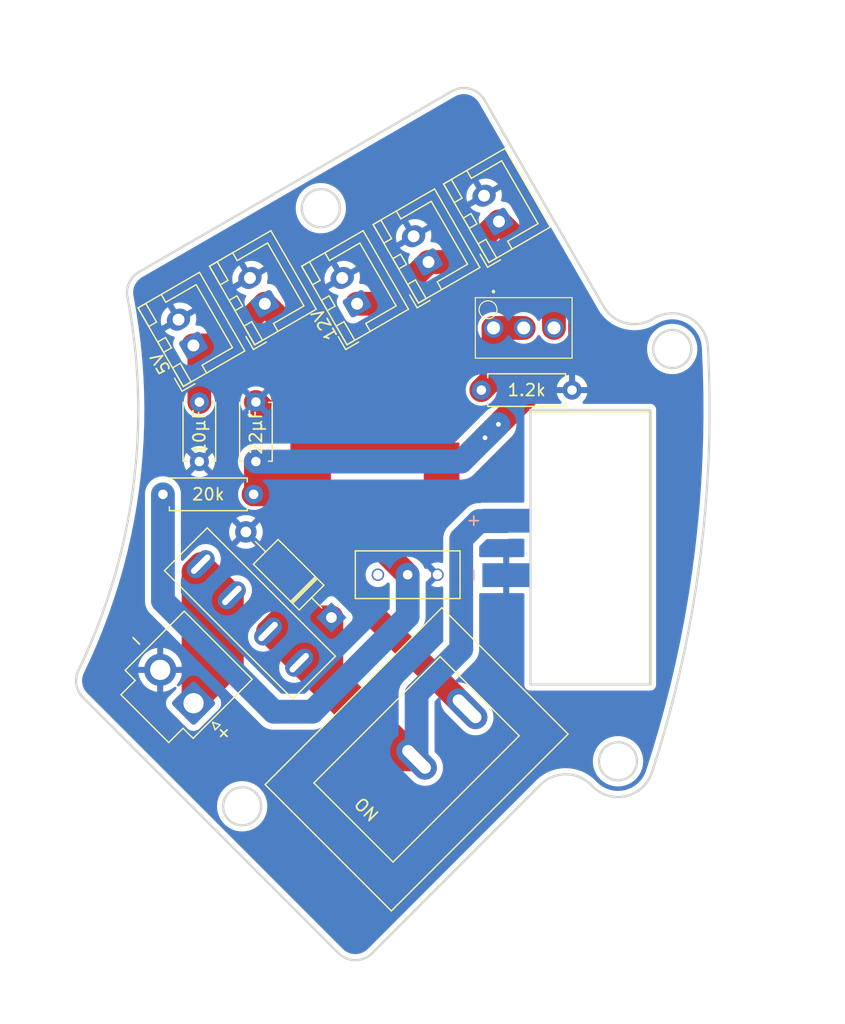
<source format=kicad_pcb>
(kicad_pcb (version 20211014) (generator pcbnew)
  (layers (0 "F.Cu" signal) (31 "B.Cu" signal) (34 "B.Paste" user) (35 "F.Paste" user) (36 "B.SilkS" user "B.Silkscreen") (37 "F.SilkS" user "F.Silkscreen") (38 "B.Mask" user) (39 "F.Mask" user) (44 "Edge.Cuts" user))
  (net 0 "")
  (net 1 "Net-(BT1-Pad1)")
  (net 2 "GND")
  (net 3 "+12V")
  (net 4 "+5V")
  (net 5 "Net-(D1-Pad1)")
  (net 6 "Net-(R1-Pad2)")
  (net 7 "Net-(R2-Pad1)")
  (net 8 "Net-(RV1-Pad3)")
  (footprint "Resistor_THT:R_Axial_DIN0207_L6.3mm_D2.5mm_P7.62mm_Horizontal" (layer "F.Cu") (at 138.31 97.5 180)
    (fp_text reference "R1" hide)
    (fp_text value "R")
    (fp_line (start 0.54 -1.37) (end 7.08 -1.37) (layer "F.SilkS") (width 0.12))
    (fp_line (start 7.08 -1.37) (end 7.08 -1.04) (layer "F.SilkS") (width 0.12))
    (fp_line (start 7.08 1.37) (end 7.08 1.04) (layer "F.SilkS") (width 0.12))
    (fp_line (start 0.54 -1.04) (end 0.54 -1.37) (layer "F.SilkS") (width 0.12))
    (fp_line (start 0.54 1.37) (end 7.08 1.37) (layer "F.SilkS") (width 0.12))
    (fp_line (start 0.54 1.04) (end 0.54 1.37) (layer "F.SilkS") (width 0.12))
    (pad "1" thru_hole circle (at 0 0 180) (size 1.6 1.6) (drill 0.8) (layers *.Cu *.Mask) (net 3 "+12V"))
    (pad "2" thru_hole oval (at 7.62 0 180) (size 1.6 1.6) (drill 0.8) (layers *.Cu *.Mask) (net 6 "Net-(R1-Pad2)"))
  )
  (footprint "Diode_THT:D_A-405_P10.16mm_Horizontal" (layer "F.Cu") (at 144.842103 107.842103 135)
    (fp_text reference "D1" hide)
    (fp_text value "D")
    (fp_line (start 1.14 0) (end 2.36 0) (layer "F.SilkS") (width 0.12))
    (fp_line (start 3.14 -1.47) (end 3.14 1.47) (layer "F.SilkS") (width 0.12))
    (fp_line (start 9.02 0) (end 7.8 0) (layer "F.SilkS") (width 0.12))
    (fp_line (start 3.26 -1.47) (end 3.26 1.47) (layer "F.SilkS") (width 0.12))
    (fp_line (start 7.8 -1.47) (end 2.36 -1.47) (layer "F.SilkS") (width 0.12))
    (fp_line (start 2.36 -1.47) (end 2.36 1.47) (layer "F.SilkS") (width 0.12))
    (fp_line (start 3.38 -1.47) (end 3.38 1.47) (layer "F.SilkS") (width 0.12))
    (fp_line (start 7.8 1.47) (end 7.8 -1.47) (layer "F.SilkS") (width 0.12))
    (fp_line (start 2.36 1.47) (end 7.8 1.47) (layer "F.SilkS") (width 0.12))
    (pad "1" thru_hole rect (at 0 0 135) (size 1.8 1.8) (drill 0.9) (layers *.Cu *.Mask) (net 5 "Net-(D1-Pad1)"))
    (pad "2" thru_hole oval (at 10.16 0 135) (size 1.8 1.8) (drill 0.9) (layers *.Cu *.Mask) (net 2 "GND"))
  )
  (footprint "Voltage_Counter:voltage_counter" (layer "F.Cu") (at 171.721 102 -90)
    (fp_text reference "MES1" hide)
    (fp_text value "Voltmeter_DC")
    (fp_text user "-" (at 2.286 14.986 90) (layer "B.SilkS") (effects (justify mirror)))
    (fp_text user "+" (at -2.286 14.986 90) (layer "B.SilkS") (effects (justify mirror)))
    (fp_line (start 0 0) (end 11.43 0) (layer "F.SilkS") (width 0.12))
    (fp_line (start -11.43 0) (end 0 0) (layer "F.SilkS") (width 0.12))
    (fp_line (start 11.43 0) (end 11.43 10.16) (layer "F.SilkS") (width 0.12))
    (fp_line (start 0 10.16) (end -11.43 10.16) (layer "F.SilkS") (width 0.12))
    (fp_line (start -11.43 10.16) (end -11.43 0) (layer "F.SilkS") (width 0.12))
    (fp_line (start 11.43 10.16) (end 0 10.16) (layer "F.SilkS") (width 0.12))
    (pad "1" smd rect locked (at 2.286 12.192 270) (size 2 4) (layers "B.Cu" "B.Paste" "B.Mask") (net 2 "GND"))
    (pad "2" smd rect locked (at -2.286 12.192 270) (size 2 4) (layers "B.Cu" "B.Paste" "B.Mask") (net 5 "Net-(D1-Pad1)"))
  )
  (footprint "Connector_JST:JST_XH_B2B-XH-A_1x02_P2.50mm_Vertical" (layer "F.Cu") (at 139.25 81.5 120)
    (fp_text reference "J5" hide)
    (fp_text value "Conn_01x02_Female")
    (fp_line (start 1.75 -1.7) (end 1.75 -2.45) (layer "F.SilkS") (width 0.12))
    (fp_line (start 0.75 -2.45) (end 0.75 -1.7) (layer "F.SilkS") (width 0.12))
    (fp_line (start 4.3 -0.2) (end 4.3 2.75) (layer "F.SilkS") (width 0.12))
    (fp_line (start -2.55 -2.45) (end -2.55 -1.7) (layer "F.SilkS") (width 0.12))
    (fp_line (start 4.3 2.75) (end 1.25 2.75) (layer "F.SilkS") (width 0.12))
    (fp_line (start 1.75 -2.45) (end 0.75 -2.45) (layer "F.SilkS") (width 0.12))
    (fp_line (start 3.25 -1.7) (end 5.05 -1.7) (layer "F.SilkS") (width 0.12))
    (fp_line (start -2.56 -2.46) (end -2.56 3.51) (layer "F.SilkS") (width 0.12))
    (fp_line (start -0.75 -1.7) (end -0.75 -2.45) (layer "F.SilkS") (width 0.12))
    (fp_line (start 5.05 -1.7) (end 5.05 -2.45) (layer "F.SilkS") (width 0.12))
    (fp_line (start 5.05 -0.2) (end 4.3 -0.2) (layer "F.SilkS") (width 0.12))
    (fp_line (start 0.75 -1.7) (end 1.75 -1.7) (layer "F.SilkS") (width 0.12))
    (fp_line (start 5.06 3.51) (end 5.06 -2.46) (layer "F.SilkS") (width 0.12))
    (fp_line (start -1.6 -2.75) (end -2.85 -2.75) (layer "F.SilkS") (width 0.12))
    (fp_line (start 5.05 -2.45) (end 3.25 -2.45) (layer "F.SilkS") (width 0.12))
    (fp_line (start 3.25 -2.45) (end 3.25 -1.7) (layer "F.SilkS") (width 0.12))
    (fp_line (start -2.85 -2.75) (end -2.85 -1.5) (layer "F.SilkS") (width 0.12))
    (fp_line (start -2.55 -0.2) (end -1.8 -0.2) (layer "F.SilkS") (width 0.12))
    (fp_line (start -0.75 -2.45) (end -2.55 -2.45) (layer "F.SilkS") (width 0.12))
    (fp_line (start -2.56 3.51) (end 5.06 3.51) (layer "F.SilkS") (width 0.12))
    (fp_line (start -1.8 2.75) (end 1.25 2.75) (layer "F.SilkS") (width 0.12))
    (fp_line (start -1.8 -0.2) (end -1.8 2.75) (layer "F.SilkS") (width 0.12))
    (fp_line (start 5.06 -2.46) (end -2.56 -2.46) (layer "F.SilkS") (width 0.12))
    (fp_line (start -2.55 -1.7) (end -0.75 -1.7) (layer "F.SilkS") (width 0.12))
    (pad "1" thru_hole roundrect (at 0 0 120) (size 1.7 2) (drill 1) (layers *.Cu *.Mask) (roundrect_rratio 0.1470588235) (net 4 "+5V"))
    (pad "2" thru_hole oval (at 2.5 0 120) (size 1.7 2) (drill 1) (layers *.Cu *.Mask) (net 2 "GND"))
  )
  (footprint "Capacitor_THT:C_Disc_D4.7mm_W2.5mm_P5.00mm" (layer "F.Cu") (at 133.75 89.75 -90)
    (fp_text reference "C2" hide)
    (fp_text value "C")
    (fp_line (start 4.97 -1.37) (end 4.97 -1.055) (layer "F.SilkS") (width 0.12))
    (fp_line (start 0.03 1.055) (end 0.03 1.37) (layer "F.SilkS") (width 0.12))
    (fp_line (start 0.03 1.37) (end 4.97 1.37) (layer "F.SilkS") (width 0.12))
    (fp_line (start 0.03 -1.37) (end 4.97 -1.37) (layer "F.SilkS") (width 0.12))
    (fp_line (start 0.03 -1.37) (end 0.03 -1.055) (layer "F.SilkS") (width 0.12))
    (fp_line (start 4.97 1.055) (end 4.97 1.37) (layer "F.SilkS") (width 0.12))
    (pad "1" thru_hole circle (at 0 0 270) (size 1.6 1.6) (drill 0.8) (layers *.Cu *.Mask) (net 4 "+5V"))
    (pad "2" thru_hole circle (at 5 0 270) (size 1.6 1.6) (drill 0.8) (layers *.Cu *.Mask) (net 2 "GND"))
  )
  (footprint "Capacitor_THT:C_Disc_D4.7mm_W2.5mm_P5.00mm" (layer "F.Cu") (at 138.5 94.75 90)
    (fp_text reference "C1" hide)
    (fp_text value "C")
    (fp_line (start 4.97 -1.37) (end 4.97 -1.055) (layer "F.SilkS") (width 0.12))
    (fp_line (start 0.03 1.055) (end 0.03 1.37) (layer "F.SilkS") (width 0.12))
    (fp_line (start 0.03 1.37) (end 4.97 1.37) (layer "F.SilkS") (width 0.12))
    (fp_line (start 0.03 -1.37) (end 4.97 -1.37) (layer "F.SilkS") (width 0.12))
    (fp_line (start 4.97 1.055) (end 4.97 1.37) (layer "F.SilkS") (width 0.12))
    (fp_line (start 0.03 -1.37) (end 0.03 -1.055) (layer "F.SilkS") (width 0.12))
    (pad "1" thru_hole circle (at 0 0 90) (size 1.6 1.6) (drill 0.8) (layers *.Cu *.Mask) (net 3 "+12V"))
    (pad "2" thru_hole circle (at 5 0 90) (size 1.6 1.6) (drill 0.8) (layers *.Cu *.Mask) (net 2 "GND"))
  )
  (footprint "Connector_JST:JST_XH_B2B-XH-A_1x02_P2.50mm_Vertical" (layer "F.Cu") (at 153 78 120)
    (fp_text reference "J1" hide)
    (fp_text value "Conn_01x02_Female")
    (fp_line (start 3.25 -2.45) (end 3.25 -1.7) (layer "F.SilkS") (width 0.12))
    (fp_line (start 1.75 -2.45) (end 0.75 -2.45) (layer "F.SilkS") (width 0.12))
    (fp_line (start 5.05 -0.2) (end 4.3 -0.2) (layer "F.SilkS") (width 0.12))
    (fp_line (start 5.05 -1.7) (end 5.05 -2.45) (layer "F.SilkS") (width 0.12))
    (fp_line (start 4.3 2.75) (end 1.25 2.75) (layer "F.SilkS") (width 0.12))
    (fp_line (start 5.06 3.51) (end 5.06 -2.46) (layer "F.SilkS") (width 0.12))
    (fp_line (start 4.3 -0.2) (end 4.3 2.75) (layer "F.SilkS") (width 0.12))
    (fp_line (start 0.75 -2.45) (end 0.75 -1.7) (layer "F.SilkS") (width 0.12))
    (fp_line (start 1.75 -1.7) (end 1.75 -2.45) (layer "F.SilkS") (width 0.12))
    (fp_line (start 5.05 -2.45) (end 3.25 -2.45) (layer "F.SilkS") (width 0.12))
    (fp_line (start -1.6 -2.75) (end -2.85 -2.75) (layer "F.SilkS") (width 0.12))
    (fp_line (start -2.56 -2.46) (end -2.56 3.51) (layer "F.SilkS") (width 0.12))
    (fp_line (start -2.85 -2.75) (end -2.85 -1.5) (layer "F.SilkS") (width 0.12))
    (fp_line (start 5.06 -2.46) (end -2.56 -2.46) (layer "F.SilkS") (width 0.12))
    (fp_line (start -2.55 -1.7) (end -0.75 -1.7) (layer "F.SilkS") (width 0.12))
    (fp_line (start -2.56 3.51) (end 5.06 3.51) (layer "F.SilkS") (width 0.12))
    (fp_line (start -2.55 -2.45) (end -2.55 -1.7) (layer "F.SilkS") (width 0.12))
    (fp_line (start -1.8 2.75) (end 1.25 2.75) (layer "F.SilkS") (width 0.12))
    (fp_line (start -0.75 -2.45) (end -2.55 -2.45) (layer "F.SilkS") (width 0.12))
    (fp_line (start 0.75 -1.7) (end 1.75 -1.7) (layer "F.SilkS") (width 0.12))
    (fp_line (start -2.55 -0.2) (end -1.8 -0.2) (layer "F.SilkS") (width 0.12))
    (fp_line (start -1.8 -0.2) (end -1.8 2.75) (layer "F.SilkS") (width 0.12))
    (fp_line (start -0.75 -1.7) (end -0.75 -2.45) (layer "F.SilkS") (width 0.12))
    (fp_line (start 3.25 -1.7) (end 5.05 -1.7) (layer "F.SilkS") (width 0.12))
    (pad "1" thru_hole roundrect (at 0 0 120) (size 1.7 2) (drill 1) (layers *.Cu *.Mask) (roundrect_rratio 0.1470588235) (net 3 "+12V"))
    (pad "2" thru_hole oval (at 2.5 0 120) (size 1.7 2) (drill 1) (layers *.Cu *.Mask) (net 2 "GND"))
  )
  (footprint "Resistor_THT:R_Axial_DIN0207_L6.3mm_D2.5mm_P7.62mm_Horizontal" (layer "F.Cu") (at 157.44 88.75)
    (fp_text reference "R2" hide)
    (fp_text value "R")
    (fp_line (start 7.08 -1.37) (end 7.08 -1.04) (layer "F.SilkS") (width 0.12))
    (fp_line (start 7.08 1.37) (end 7.08 1.04) (layer "F.SilkS") (width 0.12))
    (fp_line (start 0.54 1.04) (end 0.54 1.37) (layer "F.SilkS") (width 0.12))
    (fp_line (start 0.54 1.37) (end 7.08 1.37) (layer "F.SilkS") (width 0.12))
    (fp_line (start 0.54 -1.04) (end 0.54 -1.37) (layer "F.SilkS") (width 0.12))
    (fp_line (start 0.54 -1.37) (end 7.08 -1.37) (layer "F.SilkS") (width 0.12))
    (pad "1" thru_hole circle (at 0 0) (size 1.6 1.6) (drill 0.8) (layers *.Cu *.Mask) (net 7 "Net-(R2-Pad1)"))
    (pad "2" thru_hole oval (at 7.62 0) (size 1.6 1.6) (drill 0.8) (layers *.Cu *.Mask) (net 2 "GND"))
  )
  (footprint "_Others:DCDC-murata-6A" (layer "F.Cu") (at 154.6 99.85 90)
    (fp_text reference "U1" hide)
    (fp_text value "OKL-T_6-W12N-C")
    (pad "1" smd trapezoid locked (at 0.5 -6.1 90) (size 3 1.2) (layers "F.Cu" "F.Paste" "F.Mask") (net 6 "Net-(R1-Pad2)"))
    (pad "2" smd trapezoid locked (at 0.5 -10.68 90) (size 3 1.2) (layers "F.Cu" "F.Paste" "F.Mask") (net 3 "+12V"))
    (pad "2" smd trapezoid locked (at 2.665 -10.68 90) (size 4.07 1.77) (layers "F.Cu" "F.Paste" "F.Mask") (net 3 "+12V"))
    (pad "2" smd trapezoid locked (at 3.81 -11.7 90) (size 1.2 3) (layers "F.Cu" "F.Paste" "F.Mask") (net 3 "+12V"))
    (pad "3" smd trapezoid locked (at 6.1 -11.7 90) (size 1.2 3) (layers "F.Cu" "F.Paste" "F.Mask") (net 2 "GND"))
    (pad "3" smd trapezoid locked (at 8.39 -11.7 90) (size 1.2 3) (layers "F.Cu" "F.Paste" "F.Mask") (net 2 "GND"))
    (pad "3" smd trapezoid locked (at 7.245 -10.68 90) (size 4.07 1.77) (layers "F.Cu" "F.Paste" "F.Mask") (net 2 "GND"))
    (pad "4" smd trapezoid locked (at 11.7 -10.68 90) (size 3 1.2) (layers "F.Cu" "F.Paste" "F.Mask") (net 4 "+5V"))
    (pad "4" smd trapezoid locked (at 10.7 -9.535 90) (size 1.77 4.07) (layers "F.Cu" "F.Paste" "F.Mask") (net 4 "+5V"))
    (pad "5" smd trapezoid locked (at 11.7 -6.1 90) (size 3 1.2) (layers "F.Cu" "F.Paste" "F.Mask") (net 4 "+5V"))
    (pad "6" smd trapezoid locked (at 11.7 -1.52 90) (size 3 1.2) (layers "F.Cu" "F.Paste" "F.Mask") (net 8 "Net-(RV1-Pad3)"))
    (pad "7" smd trapezoid locked (at 6.1 -0.5 90) (size 1.2 3) (layers "F.Cu" "F.Paste" "F.Mask") (net 2 "GND"))
    (pad "8" smd trapezoid locked (at 3.81 -0.5 90) (size 1.2 3) (layers "F.Cu" "F.Paste" "F.Mask"))
    (pad "9" smd trapezoid locked (at 0.5 -1.52 90) (size 3 1.2) (layers "F.Cu" "F.Paste" "F.Mask"))
    (pad "10" smd trapezoid locked (at 0.5 -3.81 90) (size 3 1.2) (layers "F.Cu" "F.Paste" "F.Mask"))
    (pad "11" smd trapezoid locked (at 12.45 -3.81 90) (size 1.5 1.2) (layers "F.Cu" "F.Paste" "F.Mask"))
    (pad "12" smd trapezoid locked (at 8.39 -0.5 90) (size 1.2 3) (layers "F.Cu" "F.Paste" "F.Mask"))
    (pad "13" smd trapezoid locked (at 10.7 -3.81 90) (size 1 1.2) (layers "F.Cu" "F.Paste" "F.Mask"))
  )
  (footprint "_Others:SW_S" (layer "F.Cu") (at 151.25 104.25 180)
    (fp_text reference "SW1" hide)
    (fp_text value "SW_DIP_x01")
    (fp_line (start 0 -2) (end -4.4 -2) (layer "F.SilkS") (width 0.12))
    (fp_line (start -4.4 2) (end 4.4 2) (layer "F.SilkS") (width 0.12))
    (fp_line (start -4.4 0) (end -4.4 -2) (layer "F.SilkS") (width 0.12))
    (fp_line (start 0 -2) (end 4.4 -2) (layer "F.SilkS") (width 0.12))
    (fp_line (start 4.4 2) (end 4.4 -2) (layer "F.SilkS") (width 0.12))
    (fp_line (start -4.4 0) (end -4.4 2) (layer "F.SilkS") (width 0.12))
    (pad "1" thru_hole circle locked (at -2.5 0 180) (size 1.05 1.05) (drill 0.8) (layers *.Cu *.Mask) (net 2 "GND"))
    (pad "2" thru_hole circle locked (at 0 0 180) (size 1.05 1.05) (drill 0.8) (layers *.Cu *.Mask) (net 6 "Net-(R1-Pad2)"))
    (pad "3" thru_hole circle locked (at 2.5 0 180) (size 1.05 1.05) (drill 0.8) (layers *.Cu *.Mask))
  )
  (footprint "Connector_JST:JST_XH_B2B-XH-A_1x02_P2.50mm_Vertical" (layer "F.Cu") (at 147 81.5 120)
    (fp_text reference "J3" hide)
    (fp_text value "Conn_01x02_Female")
    (fp_line (start -2.55 -0.2) (end -1.8 -0.2) (layer "F.SilkS") (width 0.12))
    (fp_line (start 5.06 3.51) (end 5.06 -2.46) (layer "F.SilkS") (width 0.12))
    (fp_line (start -2.56 3.51) (end 5.06 3.51) (layer "F.SilkS") (width 0.12))
    (fp_line (start 3.25 -1.7) (end 5.05 -1.7) (layer "F.SilkS") (width 0.12))
    (fp_line (start 5.05 -2.45) (end 3.25 -2.45) (layer "F.SilkS") (width 0.12))
    (fp_line (start -0.75 -2.45) (end -2.55 -2.45) (layer "F.SilkS") (width 0.12))
    (fp_line (start -2.55 -1.7) (end -0.75 -1.7) (layer "F.SilkS") (width 0.12))
    (fp_line (start 1.75 -1.7) (end 1.75 -2.45) (layer "F.SilkS") (width 0.12))
    (fp_line (start -0.75 -1.7) (end -0.75 -2.45) (layer "F.SilkS") (width 0.12))
    (fp_line (start -1.8 2.75) (end 1.25 2.75) (layer "F.SilkS") (width 0.12))
    (fp_line (start 5.05 -1.7) (end 5.05 -2.45) (layer "F.SilkS") (width 0.12))
    (fp_line (start -2.56 -2.46) (end -2.56 3.51) (layer "F.SilkS") (width 0.12))
    (fp_line (start 4.3 -0.2) (end 4.3 2.75) (layer "F.SilkS") (width 0.12))
    (fp_line (start 5.05 -0.2) (end 4.3 -0.2) (layer "F.SilkS") (width 0.12))
    (fp_line (start -2.55 -2.45) (end -2.55 -1.7) (layer "F.SilkS") (width 0.12))
    (fp_line (start 3.25 -2.45) (end 3.25 -1.7) (layer "F.SilkS") (width 0.12))
    (fp_line (start -2.85 -2.75) (end -2.85 -1.5) (layer "F.SilkS") (width 0.12))
    (fp_line (start 5.06 -2.46) (end -2.56 -2.46) (layer "F.SilkS") (width 0.12))
    (fp_line (start 4.3 2.75) (end 1.25 2.75) (layer "F.SilkS") (width 0.12))
    (fp_line (start -1.6 -2.75) (end -2.85 -2.75) (layer "F.SilkS") (width 0.12))
    (fp_line (start 0.75 -1.7) (end 1.75 -1.7) (layer "F.SilkS") (width 0.12))
    (fp_line (start 1.75 -2.45) (end 0.75 -2.45) (layer "F.SilkS") (width 0.12))
    (fp_line (start -1.8 -0.2) (end -1.8 2.75) (layer "F.SilkS") (width 0.12))
    (fp_line (start 0.75 -2.45) (end 0.75 -1.7) (layer "F.SilkS") (width 0.12))
    (pad "1" thru_hole roundrect (at 0 0 120) (size 1.7 2) (drill 1) (layers *.Cu *.Mask) (roundrect_rratio 0.1470588235) (net 3 "+12V"))
    (pad "2" thru_hole oval (at 2.5 0 120) (size 1.7 2) (drill 1) (layers *.Cu *.Mask) (net 2 "GND"))
  )
  (footprint "Fuse_Socket:fuse_socket" (layer "F.Cu") (at 139.796051 105.703949 -45)
    (fp_text reference "F1" hide)
    (fp_text value "Fuse")
    (fp_line (start -7.62 0) (end -7.62 5.08) (layer "F.SilkS") (width 0.12))
    (fp_line (start -7.62 5.08) (end 0 5.08) (layer "F.SilkS") (width 0.12))
    (fp_line (start 0 5.08) (end 7.62 5.08) (layer "F.SilkS") (width 0.12))
    (fp_line (start 0 0) (end -7.62 0) (layer "F.SilkS") (width 0.12))
    (fp_line (start 7.62 5.08) (end 7.62 0) (layer "F.SilkS") (width 0.12))
    (fp_line (start 7.62 0) (end 0 0) (layer "F.SilkS") (width 0.12))
    (pad "1" thru_hole oval locked (at -2.15 2.54 315) (size 1.5 2.7) (drill oval 0.5 2.1) (layers *.Cu *.Mask) (net 1 "Net-(BT1-Pad1)"))
    (pad "1" thru_hole oval locked (at -5.85 2.54 315) (size 1.5 2.7) (drill oval 0.5 2.1) (layers *.Cu *.Mask) (net 1 "Net-(BT1-Pad1)"))
    (pad "2" thru_hole oval locked (at 2.15 2.54 315) (size 1.5 2.7) (drill oval 0.5 2.1) (layers *.Cu *.Mask) (net 5 "Net-(D1-Pad1)"))
    (pad "2" thru_hole oval locked (at 5.85 2.54 315) (size 1.5 2.7) (drill oval 0.5 2.1) (layers *.Cu *.Mask) (net 5 "Net-(D1-Pad1)"))
  )
  (footprint "Connector_JST:JST_XH_B2B-XH-A_1x02_P2.50mm_Vertical" (layer "F.Cu") (at 158.920337 74.595032 120)
    (fp_text reference "J2" hide)
    (fp_text value "Conn_01x02_Female")
    (fp_line (start 1.75 -2.45) (end 0.75 -2.45) (layer "F.SilkS") (width 0.12))
    (fp_line (start -1.6 -2.75) (end -2.85 -2.75) (layer "F.SilkS") (width 0.12))
    (fp_line (start -0.75 -1.7) (end -0.75 -2.45) (layer "F.SilkS") (width 0.12))
    (fp_line (start -2.56 -2.46) (end -2.56 3.51) (layer "F.SilkS") (width 0.12))
    (fp_line (start 5.05 -2.45) (end 3.25 -2.45) (layer "F.SilkS") (width 0.12))
    (fp_line (start -2.56 3.51) (end 5.06 3.51) (layer "F.SilkS") (width 0.12))
    (fp_line (start -2.55 -2.45) (end -2.55 -1.7) (layer "F.SilkS") (width 0.12))
    (fp_line (start 4.3 2.75) (end 1.25 2.75) (layer "F.SilkS") (width 0.12))
    (fp_line (start 3.25 -1.7) (end 5.05 -1.7) (layer "F.SilkS") (width 0.12))
    (fp_line (start 0.75 -2.45) (end 0.75 -1.7) (layer "F.SilkS") (width 0.12))
    (fp_line (start -2.55 -1.7) (end -0.75 -1.7) (layer "F.SilkS") (width 0.12))
    (fp_line (start 4.3 -0.2) (end 4.3 2.75) (layer "F.SilkS") (width 0.12))
    (fp_line (start -2.85 -2.75) (end -2.85 -1.5) (layer "F.SilkS") (width 0.12))
    (fp_line (start 0.75 -1.7) (end 1.75 -1.7) (layer "F.SilkS") (width 0.12))
    (fp_line (start -1.8 -0.2) (end -1.8 2.75) (layer "F.SilkS") (width 0.12))
    (fp_line (start 5.05 -1.7) (end 5.05 -2.45) (layer "F.SilkS") (width 0.12))
    (fp_line (start 5.06 -2.46) (end -2.56 -2.46) (layer "F.SilkS") (width 0.12))
    (fp_line (start 3.25 -2.45) (end 3.25 -1.7) (layer "F.SilkS") (width 0.12))
    (fp_line (start -2.55 -0.2) (end -1.8 -0.2) (layer "F.SilkS") (width 0.12))
    (fp_line (start -1.8 2.75) (end 1.25 2.75) (layer "F.SilkS") (width 0.12))
    (fp_line (start 5.06 3.51) (end 5.06 -2.46) (layer "F.SilkS") (width 0.12))
    (fp_line (start 1.75 -1.7) (end 1.75 -2.45) (layer "F.SilkS") (width 0.12))
    (fp_line (start -0.75 -2.45) (end -2.55 -2.45) (layer "F.SilkS") (width 0.12))
    (fp_line (start 5.05 -0.2) (end 4.3 -0.2) (layer "F.SilkS") (width 0.12))
    (pad "1" thru_hole roundrect (at 0 0 120) (size 1.7 2) (drill 1) (layers *.Cu *.Mask) (roundrect_rratio 0.1470588235) (net 3 "+12V"))
    (pad "2" thru_hole oval (at 2.5 0 120) (size 1.7 2) (drill 1) (layers *.Cu *.Mask) (net 2 "GND"))
  )
  (footprint "Connector_JST:JST_VH_B2P-VH_1x02_P3.96mm_Vertical" (layer "F.Cu") (at 133.261163 115.03898 135)
    (fp_text reference "BT1" hide)
    (fp_text value "Battery")
    (fp_line (start -0.86 -2.11) (end -0.86 -3.81) (layer "F.SilkS") (width 0.12))
    (fp_line (start -2.06 -2.11) (end -0.86 -2.11) (layer "F.SilkS") (width 0.12))
    (fp_line (start -0.86 -3.81) (end 4.82 -3.81) (layer "F.SilkS") (width 0.12))
    (fp_line (start -2.86 -0.3) (end -2.26 0) (layer "F.SilkS") (width 0.12))
    (fp_line (start 4.82 -2.11) (end 6.02 -2.11) (layer "F.SilkS") (width 0.12))
    (fp_line (start 4.82 -3.81) (end 4.82 -2.11) (layer "F.SilkS") (width 0.12))
    (fp_line (start 6.02 4.91) (end -2.06 4.91) (layer "F.SilkS") (width 0.12))
    (fp_line (start -2.06 4.91) (end -2.06 -2.11) (layer "F.SilkS") (width 0.12))
    (fp_line (start 6.02 -2.11) (end 6.02 4.91) (layer "F.SilkS") (width 0.12))
    (fp_line (start -2.26 0) (end -2.86 0.3) (layer "F.SilkS") (width 0.12))
    (fp_line (start -2.86 0.3) (end -2.86 -0.3) (layer "F.SilkS") (width 0.12))
    (pad "1" thru_hole roundrect (at 0 0 135) (size 2.7 2.7) (drill 1.7) (layers *.Cu *.Mask) (roundrect_rratio 0.09259296296) (net 1 "Net-(BT1-Pad1)"))
    (pad "2" thru_hole circle (at 3.96 0 135) (size 2.7 2.7) (drill 1.7) (layers *.Cu *.Mask) (net 2 "GND"))
  )
  (footprint "Connector_JST:JST_XH_B2B-XH-A_1x02_P2.50mm_Vertical" (layer "F.Cu") (at 133.25 85 120)
    (fp_text reference "J4" hide)
    (fp_text value "Conn_01x02_Female")
    (fp_line (start 3.25 -2.45) (end 3.25 -1.7) (layer "F.SilkS") (width 0.12))
    (fp_line (start 0.75 -1.7) (end 1.75 -1.7) (layer "F.SilkS") (width 0.12))
    (fp_line (start -2.55 -0.2) (end -1.8 -0.2) (layer "F.SilkS") (width 0.12))
    (fp_line (start 5.05 -1.7) (end 5.05 -2.45) (layer "F.SilkS") (width 0.12))
    (fp_line (start 5.06 -2.46) (end -2.56 -2.46) (layer "F.SilkS") (width 0.12))
    (fp_line (start -1.8 -0.2) (end -1.8 2.75) (layer "F.SilkS") (width 0.12))
    (fp_line (start -2.56 -2.46) (end -2.56 3.51) (layer "F.SilkS") (width 0.12))
    (fp_line (start -1.8 2.75) (end 1.25 2.75) (layer "F.SilkS") (width 0.12))
    (fp_line (start -2.55 -1.7) (end -0.75 -1.7) (layer "F.SilkS") (width 0.12))
    (fp_line (start -0.75 -2.45) (end -2.55 -2.45) (layer "F.SilkS") (width 0.12))
    (fp_line (start -2.55 -2.45) (end -2.55 -1.7) (layer "F.SilkS") (width 0.12))
    (fp_line (start 0.75 -2.45) (end 0.75 -1.7) (layer "F.SilkS") (width 0.12))
    (fp_line (start 5.06 3.51) (end 5.06 -2.46) (layer "F.SilkS") (width 0.12))
    (fp_line (start -2.85 -2.75) (end -2.85 -1.5) (layer "F.SilkS") (width 0.12))
    (fp_line (start -1.6 -2.75) (end -2.85 -2.75) (layer "F.SilkS") (width 0.12))
    (fp_line (start 1.75 -1.7) (end 1.75 -2.45) (layer "F.SilkS") (width 0.12))
    (fp_line (start -0.75 -1.7) (end -0.75 -2.45) (layer "F.SilkS") (width 0.12))
    (fp_line (start 5.05 -0.2) (end 4.3 -0.2) (layer "F.SilkS") (width 0.12))
    (fp_line (start 4.3 -0.2) (end 4.3 2.75) (layer "F.SilkS") (width 0.12))
    (fp_line (start -2.56 3.51) (end 5.06 3.51) (layer "F.SilkS") (width 0.12))
    (fp_line (start 1.75 -2.45) (end 0.75 -2.45) (layer "F.SilkS") (width 0.12))
    (fp_line (start 3.25 -1.7) (end 5.05 -1.7) (layer "F.SilkS") (width 0.12))
    (fp_line (start 4.3 2.75) (end 1.25 2.75) (layer "F.SilkS") (width 0.12))
    (fp_line (start 5.05 -2.45) (end 3.25 -2.45) (layer "F.SilkS") (width 0.12))
    (pad "1" thru_hole roundrect (at 0 0 120) (size 1.7 2) (drill 1) (layers *.Cu *.Mask) (roundrect_rratio 0.1470588235) (net 4 "+5V"))
    (pad "2" thru_hole oval (at 2.5 0 120) (size 1.7 2) (drill 1) (layers *.Cu *.Mask) (net 2 "GND"))
  )
  (footprint "_Others:2MS1T2B4M2QES" (layer "F.Cu") (at 158.46 83.53 -90)
    (fp_text reference "RV1" hide)
    (fp_text value "R_Potentiometer_Trim_US" hide)
    (fp_line (start 2.54 -6.605) (end -2.54 -6.605) (layer "F.SilkS") (width 0.1))
    (fp_line (start -3.1 0) (end -3.1 0) (layer "F.SilkS") (width 0.2))
    (fp_line (start -3.1 0) (end -3.1 0) (layer "F.SilkS") (width 0.2))
    (fp_line (start 2.54 1.525) (end 2.54 -6.605) (layer "F.SilkS") (width 0.1))
    (fp_line (start -2.54 1.525) (end 2.54 1.525) (layer "F.SilkS") (width 0.1))
    (fp_line (start -3 0) (end -3 0) (layer "F.SilkS") (width 0.2))
    (fp_line (start -2.54 -6.605) (end -2.54 1.525) (layer "F.SilkS") (width 0.1))
    (fp_arc (start -3 0) (mid -3.05 0.05) (end -3.1 0) (layer "F.SilkS") (width 0.2))
    (fp_arc (start -3 0) (mid -3.05 0.05) (end -3.1 0) (layer "F.SilkS") (width 0.2))
    (fp_arc (start -3.1 0) (mid -3.05 -0.05) (end -3 0) (layer "F.SilkS") (width 0.2))
    (pad "1" thru_hole circle locked (at 0 0 270) (size 1.635 1.635) (drill 1.09) (layers *.Cu *.Mask) (net 7 "Net-(R2-Pad1)"))
    (pad "2" thru_hole circle locked (at 0 -2.54 270) (size 1.635 1.635) (drill 1.09) (layers *.Cu *.Mask) (net 7 "Net-(R2-Pad1)"))
    (pad "3" thru_hole circle locked (at 0 -5.08 270) (size 1.635 1.635) (drill 1.09) (layers *.Cu *.Mask) (net 8 "Net-(RV1-Pad3)"))
  )
  (footprint "_Others:DS-850k" (layer "F.Cu") (at 152 119.75 -135)
    (fp_text reference "SW2" hide)
    (fp_text value "SW_DIP_x01")
    (fp_text user "ON" (at 6 0 135) (layer "F.SilkS"))
    (fp_line (start 10.5 -7.5) (end -10.5 -7.5) (layer "F.SilkS") (width 0.12))
    (fp_line (start 7.5 0) (end 7.5 -4.7) (layer "F.SilkS") (width 0.12))
    (fp_line (start -10.5 -7.5) (end -10.5 7.5) (layer "F.SilkS") (width 0.12))
    (fp_line (start -7.5 4.7) (end 7.5 4.7) (layer "F.SilkS") (width 0.12))
    (fp_line (start -10.5 7.5) (end 10.5 7.5) (layer "F.SilkS") (width 0.12))
    (fp_line (start 10.5 0) (end 10.5 -7.5) (layer "F.SilkS") (width 0.12))
    (fp_line (start 7.5 4.7) (end 7.5 0) (layer "F.SilkS") (width 0.12))
    (fp_line (start -7.5 -4.7) (end -7.5 4.7) (layer "F.SilkS") (width 0.12))
    (fp_line (start 10.5 7.5) (end 10.5 0) (layer "F.SilkS") (width 0.12))
    (fp_line (start 7.5 -4.7) (end -7.5 -4.7) (layer "F.SilkS") (width 0.12))
    (pad "1" thru_hole oval locked (at 0 0 315) (size 4 2) (drill oval 3 1) (layers *.Cu *.Mask) (net 5 "Net-(D1-Pad1)"))
    (pad "2" thru_hole oval locked (at -6 0 315) (size 4 2) (drill oval 3 1) (layers *.Cu *.Mask) (net 3 "+12V"))
  )
  (gr_circle (center 158 82) (end 158.75 82) (layer "F.SilkS") (width 0.1) (fill none))
  (gr_arc (start 171.794189 82.807713) (mid 169.517732 83.107414) (end 167.696112 81.709637) (layer "Edge.Cuts") (width 0.2))
  (gr_circle (center 143.95497 73.477282) (end 142.35497 73.477282) (layer "Edge.Cuts") (width 0.2) (fill none))
  (gr_line (start 148.26506 136.025084) (end 162.407196 121.882949) (layer "Edge.Cuts") (width 0.2))
  (gr_line (start 166.649836 121.882949) (end 166.79923 122.032342) (layer "Edge.Cuts") (width 0.2))
  (gr_arc (start 171.977158 82.702076) (mid 174.906624 82.66261) (end 176.472803 85.138577) (layer "Edge.Cuts") (width 0.2))
  (gr_circle (center 173.477158 85.300152) (end 171.877158 85.300152) (layer "Edge.Cuts") (width 0.2) (fill none))
  (gr_arc (start 127.710026 80.946608) (mid 127.854497 79.737113) (end 128.673825 78.835753) (layer "Edge.Cuts") (width 0.2))
  (gr_arc (start 148.26506 136.025084) (mid 146.850847 136.610871) (end 145.436633 136.025084) (layer "Edge.Cuts") (width 0.2))
  (gr_arc (start 123.970744 114.559196) (mid 123.412624 113.476491) (end 123.586115 112.270818) (layer "Edge.Cuts") (width 0.2))
  (gr_line (start 154.964062 63.657078) (end 128.673825 78.835753) (layer "Edge.Cuts") (width 0.2))
  (gr_line (start 123.970744 114.559196) (end 145.436633 136.025084) (layer "Edge.Cuts") (width 0.2))
  (gr_line (start 171.615043 113.466697) (end 161.565043 113.466697) (layer "Edge.Cuts") (width 0.2))
  (gr_arc (start 162.407196 121.882949) (mid 164.528516 121.004269) (end 166.649836 121.882949) (layer "Edge.Cuts") (width 0.2))
  (gr_line (start 171.977158 82.702076) (end 171.794189 82.807713) (layer "Edge.Cuts") (width 0.2))
  (gr_line (start 161.565043 113.466697) (end 161.565043 90.416697) (layer "Edge.Cuts") (width 0.2))
  (gr_arc (start 127.710026 80.946608) (mid 128.187285 96.943007) (end 123.586115 112.270818) (layer "Edge.Cuts") (width 0.2))
  (gr_line (start 171.615043 90.416697) (end 171.615043 113.466697) (layer "Edge.Cuts") (width 0.2))
  (gr_arc (start 154.964062 63.657078) (mid 156.4817 63.457277) (end 157.696112 64.389129) (layer "Edge.Cuts") (width 0.2))
  (gr_circle (center 168.92055 119.911022) (end 167.32055 119.911022) (layer "Edge.Cuts") (width 0.2) (fill none))
  (gr_arc (start 176.472803 85.138577) (mid 175.776638 103.208264) (end 171.772303 120.842422) (layer "Edge.Cuts") (width 0.2))
  (gr_circle (center 137.344323 123.690134) (end 135.744323 123.690134) (layer "Edge.Cuts") (width 0.2) (fill none))
  (gr_line (start 161.565043 90.416697) (end 171.615043 90.416697) (layer "Edge.Cuts") (width 0.2))
  (gr_line (start 167.696112 81.709637) (end 157.696112 64.389129) (layer "Edge.Cuts") (width 0.2))
  (gr_arc (start 171.772303 120.842422) (mid 169.618663 122.828665) (end 166.79923 122.032342) (layer "Edge.Cuts") (width 0.2))
  (gr_text "22μF" (at 138.5 92.25 90) (layer "F.SilkS") (effects (font (size 1 1))))
  (gr_text "10μF" (at 133.75 92.25 90) (layer "F.SilkS") (effects (font (size 1 1))))
  (gr_text "5V" (at 130.5 86.5 120) (layer "F.SilkS") (effects (font (size 1 1))))
  (gr_text "-" (at 128.5 109.75 315) (layer "F.SilkS") (effects (font (size 1 1))))
  (gr_text "1.2k" (at 161.25 88.75) (layer "F.SilkS") (effects (font (size 1 1))))
  (gr_text "20k" (at 134.5 97.5) (layer "F.SilkS") (effects (font (size 1 1))))
  (gr_text "+" (at 135.75 117.5 45) (layer "F.SilkS") (effects (font (size 1 1))))
  (gr_text "12V" (at 144.25 83.25 120) (layer "F.SilkS") (effects (font (size 1 1))))
  (segment (start 136.47972 105.979721) (end 136.47972 111.820423) (width 2) (layer "F.Cu") (net 1))
  (segment (start 136.47972 111.820423) (end 134.775072 113.525072) (width 2) (layer "F.Cu") (net 1))
  (segment (start 134.775072 104.275074) (end 134.749999 104.250001) (width 2) (layer "F.Cu") (net 1))
  (segment (start 133.261163 115.03898) (end 133.261163 103.965688) (width 2) (layer "F.Cu") (net 1))
  (segment (start 133.261163 103.965688) (end 133.863425 103.363426) (width 2) (layer "F.Cu") (net 1))
  (segment (start 134.775072 113.525072) (end 134.775072 104.275074) (width 2) (layer "F.Cu") (net 1))
  (segment (start 134.775072 113.525072) (end 133.261163 115.03898) (width 2) (layer "F.Cu") (net 1))
  (segment (start 133.863425 103.363426) (end 134.749999 104.250001) (width 2) (layer "F.Cu") (net 1))
  (segment (start 134.749999 104.250001) (end 136.47972 105.979721) (width 2) (layer "F.Cu") (net 1))
  (segment (start 142.9 91.46) (end 140.21 91.46) (width 2) (layer "F.Cu") (net 2))
  (segment (start 140.21 91.46) (end 138.5 89.75) (width 2) (layer "F.Cu") (net 2))
  (segment (start 145.065 93.75) (end 143.92 92.605) (width 2) (layer "F.Cu") (net 2))
  (segment (start 154.1 93.75) (end 145.065 93.75) (width 2) (layer "F.Cu") (net 2))
  (segment (start 138.5 97.31) (end 138.31 97.5) (width 2) (layer "F.Cu") (net 3))
  (segment (start 149.5 81.5) (end 153 78) (width 2) (layer "F.Cu") (net 3))
  (segment (start 139.79 96.04) (end 138.5 94.75) (width 2) (layer "F.Cu") (net 3))
  (segment (start 158.920337 74.595032) (end 165.74 81.414695) (width 2) (layer "F.Cu") (net 3))
  (segment (start 165.74 84.76) (end 158.875 91.625) (width 2) (layer "F.Cu") (net 3))
  (segment (start 138.31 97.5) (end 142.07 97.5) (width 2) (layer "F.Cu") (net 3))
  (segment (start 143.92 103.184718) (end 143.92 99.35) (width 2) (layer "F.Cu") (net 3))
  (segment (start 142.9 96.04) (end 139.79 96.04) (width 2) (layer "F.Cu") (net 3))
  (segment (start 142.07 97.5) (end 143.92 99.35) (width 2) (layer "F.Cu") (net 3))
  (segment (start 138.5 94.75) (end 138.5 97.31) (width 2) (layer "F.Cu") (net 3))
  (segment (start 153 78) (end 155.515369 78) (width 2) (layer "F.Cu") (net 3))
  (segment (start 156.242641 115.507359) (end 143.92 103.184718) (width 2) (layer "F.Cu") (net 3))
  (segment (start 155.515369 78) (end 158.920337 74.595032) (width 2) (layer "F.Cu") (net 3))
  (segment (start 165.74 81.414695) (end 165.74 84.76) (width 2) (layer "F.Cu") (net 3))
  (segment (start 147 81.5) (end 149.5 81.5) (width 2) (layer "F.Cu") (net 3))
  (segment (start 158.875 91.625) (end 157.75 92.75) (width 2) (layer "F.Cu") (net 3))
  (via (at 157.75 92.75) (size 0.8) (drill 0.4) (layers "F.Cu" "B.Cu") (net 3))
  (via (at 158.875 91.625) (size 0.8) (drill 0.4) (layers "F.Cu" "B.Cu") (net 3))
  (segment (start 158.875 91.625) (end 157.75 92.75) (width 2) (layer "B.Cu") (net 3))
  (segment (start 155.75 94.75) (end 138.5 94.75) (width 2) (layer "B.Cu") (net 3))
  (segment (start 157.75 92.75) (end 155.75 94.75) (width 2) (layer "B.Cu") (net 3))
  (segment (start 133.75 85.5) (end 133.25 85) (width 2) (layer "F.Cu") (net 4))
  (segment (start 135.75 85) (end 139.25 81.5) (width 2) (layer "F.Cu") (net 4))
  (segment (start 145.065 89.15) (end 147.5 89.15) (width 2) (layer "F.Cu") (net 4))
  (segment (start 147.5 89.15) (end 148.5 88.15) (width 2) (layer "F.Cu") (net 4))
  (segment (start 133.25 85) (end 135.75 85) (width 2) (layer "F.Cu") (net 4))
  (segment (start 133.75 89.75) (end 133.75 85.5) (width 2) (layer "F.Cu") (net 4))
  (segment (start 143.92 86.17) (end 139.25 81.5) (width 2) (layer "F.Cu") (net 4))
  (segment (start 143.92 88.15) (end 143.92 86.17) (width 2) (layer "F.Cu") (net 4))
  (segment (start 143.886574 109.886574) (end 142.136574 111.636575) (width 2) (layer "F.Cu") (net 5))
  (segment (start 139.520279 109.02028) (end 140.749999 110.250001) (width 2) (layer "F.Cu") (net 5))
  (segment (start 140.749999 110.250001) (end 142.136574 111.636575) (width 2) (layer "F.Cu") (net 5))
  (segment (start 144.842103 107.842103) (end 143.157897 107.842103) (width 2) (layer "F.Cu") (net 5))
  (segment (start 150.249999 119.75) (end 145.375 114.875) (width 2) (layer "F.Cu") (net 5))
  (segment (start 143.375 112.875) (end 142.136574 111.636575) (width 2) (layer "F.Cu") (net 5))
  (segment (start 143.375 112.875) (end 143.375 110.398148) (width 2) (layer "F.Cu") (net 5))
  (segment (start 145.375 114.875) (end 143.375 112.875) (width 2) (layer "F.Cu") (net 5))
  (segment (start 140.698456 107.842103) (end 139.520279 109.02028) (width 2) (layer "F.Cu") (net 5))
  (segment (start 144.842103 107.842103) (end 144.842103 113.092103) (width 2) (layer "F.Cu") (net 5))
  (segment (start 145.342103 113.092103) (end 152 119.75) (width 2) (layer "F.Cu") (net 5))
  (segment (start 143.157897 107.842103) (end 140.749999 110.250001) (width 2) (layer "F.Cu") (net 5))
  (segment (start 144.842103 114.342103) (end 145.375 114.875) (width 2) (layer "F.Cu") (net 5))
  (segment (start 144.842103 108.931046) (end 143.886574 109.886574) (width 2) (layer "F.Cu") (net 5))
  (segment (start 144.842103 107.842103) (end 144.842103 108.931046) (width 2) (layer "F.Cu") (net 5))
  (segment (start 144.842103 107.842103) (end 140.698456 107.842103) (width 2) (layer "F.Cu") (net 5))
  (segment (start 144.842103 113.092103) (end 145.342103 113.092103) (width 2) (layer "F.Cu") (net 5))
  (segment (start 152 119.75) (end 150.249999 119.75) (width 2) (layer "F.Cu") (net 5))
  (segment (start 143.375 110.398148) (end 143.886574 109.886574) (width 2) (layer "F.Cu") (net 5))
  (segment (start 144.842103 113.092103) (end 144.842103 114.342103) (width 2) (layer "F.Cu") (net 5))
  (segment (start 155.75 110.5) (end 152 114.25) (width 2) (layer "B.Cu") (net 5))
  (segment (start 159.529 99.714) (end 159.493 99.75) (width 2) (layer "B.Cu") (net 5))
  (segment (start 155.75 101.25) (end 155.75 110.5) (width 2) (layer "B.Cu") (net 5))
  (segment (start 152 114.25) (end 152 119.75) (width 2) (layer "B.Cu") (net 5))
  (segment (start 157.25 99.75) (end 155.75 101.25) (width 2) (layer "B.Cu") (net 5))
  (segment (start 159.493 99.75) (end 157.25 99.75) (width 2) (layer "B.Cu") (net 5))
  (segment (start 148.5 101.5) (end 151.25 104.25) (width 2) (layer "F.Cu") (net 6))
  (segment (start 148.5 99.35) (end 148.5 101.5) (width 2) (layer "F.Cu") (net 6))
  (segment (start 143.25 115.75) (end 151.25 107.75) (width 2) (layer "B.Cu") (net 6))
  (segment (start 130.69 106.44) (end 140 115.75) (width 2) (layer "B.Cu") (net 6))
  (segment (start 140 115.75) (end 143.25 115.75) (width 2) (layer "B.Cu") (net 6))
  (segment (start 130.69 97.5) (end 130.69 106.44) (width 2) (layer "B.Cu") (net 6))
  (segment (start 151.25 107.75) (end 151.25 104.25) (width 2) (layer "B.Cu") (net 6))
  (segment (start 158.46 83.53) (end 158.46 87.73) (width 2) (layer "F.Cu") (net 7))
  (segment (start 161 83.53) (end 158.46 83.53) (width 2) (layer "F.Cu") (net 7))
  (segment (start 158.46 87.73) (end 157.44 88.75) (width 2) (layer "F.Cu") (net 7))
  (segment (start 163.54 83.53) (end 163.54 82.373881) (width 2) (layer "F.Cu") (net 8))
  (segment (start 161.916119 80.75) (end 157.25 80.75) (width 2) (layer "F.Cu") (net 8))
  (segment (start 163.54 82.373881) (end 161.916119 80.75) (width 2) (layer "F.Cu") (net 8))
  (segment (start 153.08 84.92) (end 153.08 88.15) (width 2) (layer "F.Cu") (net 8))
  (segment (start 157.25 80.75) (end 153.08 84.92) (width 2) (layer "F.Cu") (net 8))
  (zone (net 2) (net_name "GND") (layer "B.Cu") (connect_pads (clearance 0.508)) (min_thickness 0.254) (fill yes (thermal_gap 0.508) (thermal_bridge_width 0.508))
    (polygon (pts (xy 188 142) (xy 117 142) (xy 117 56) (xy 188 56)))
  )
)
</source>
